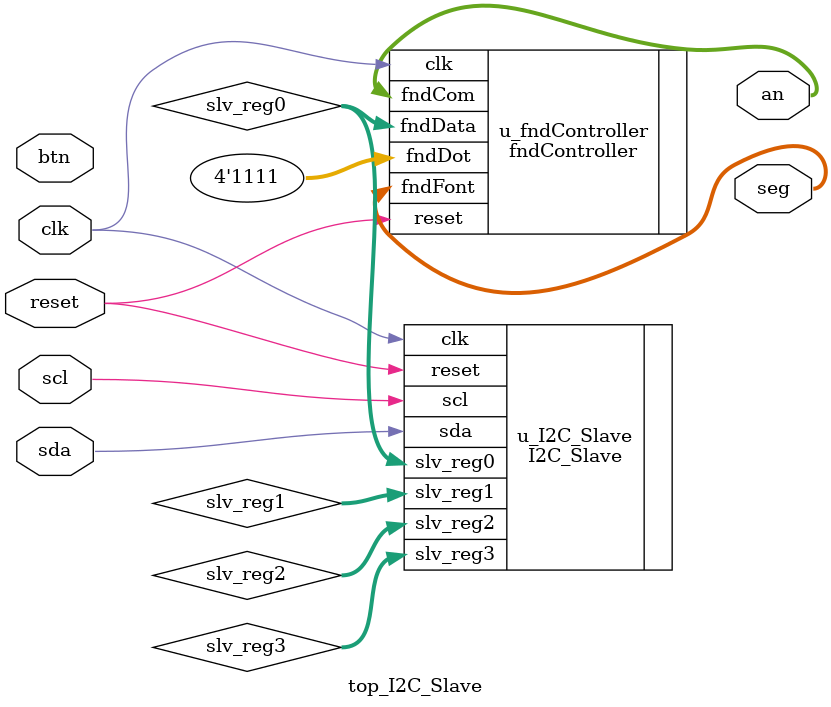
<source format=sv>
`timescale 1ns / 1ps

module top_I2C_Slave (
    input  logic       clk,
    input  logic       reset,
    inout  logic       sda,
    input  logic       scl,
    input  logic [3:0] btn,
    output logic [3:0] an,
    output logic [7:0] seg
);
    logic [7:0] slv_reg0;
    logic [7:0] slv_reg1;
    logic [7:0] slv_reg2;
    logic [7:0] slv_reg3;

    I2C_Slave u_I2C_Slave (
        .clk     (clk),
        .reset   (reset),
        .sda     (sda),
        .scl     (scl),
        .slv_reg0(slv_reg0),
        .slv_reg1(slv_reg1),
        .slv_reg2(slv_reg2),
        .slv_reg3(slv_reg3)
    );

    logic [7:0] bcd;
    always_ff @( posedge clk ) begin : blockName
        case (bcd)
            4'b0001: bcd = slv_reg0;
            4'b0010: bcd = slv_reg1;
            4'b0100: bcd = slv_reg2;
            4'b1000: bcd = slv_reg3;
        endcase
    end

    fndController u_fndController (
        .clk    (clk),
        .reset  (reset),
        .fndData(slv_reg0),
        .fndDot (4'b1111),
        .fndCom (an),
        .fndFont(seg)
    );

endmodule

</source>
